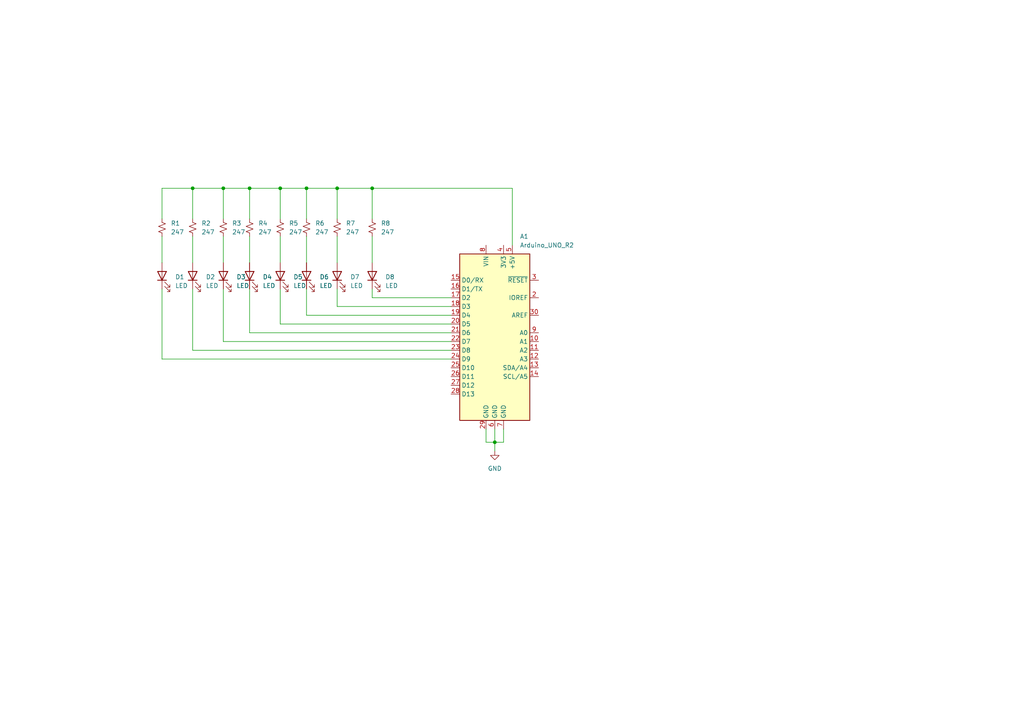
<source format=kicad_sch>
(kicad_sch (version 20230121) (generator eeschema)

  (uuid 9afdd045-8fa3-47c6-a590-6c92ffb762b0)

  (paper "A4")

  (lib_symbols
    (symbol "Device:LED" (pin_numbers hide) (pin_names (offset 1.016) hide) (in_bom yes) (on_board yes)
      (property "Reference" "D" (at 0 2.54 0)
        (effects (font (size 1.27 1.27)))
      )
      (property "Value" "LED" (at 0 -2.54 0)
        (effects (font (size 1.27 1.27)))
      )
      (property "Footprint" "" (at 0 0 0)
        (effects (font (size 1.27 1.27)) hide)
      )
      (property "Datasheet" "~" (at 0 0 0)
        (effects (font (size 1.27 1.27)) hide)
      )
      (property "ki_keywords" "LED diode" (at 0 0 0)
        (effects (font (size 1.27 1.27)) hide)
      )
      (property "ki_description" "Light emitting diode" (at 0 0 0)
        (effects (font (size 1.27 1.27)) hide)
      )
      (property "ki_fp_filters" "LED* LED_SMD:* LED_THT:*" (at 0 0 0)
        (effects (font (size 1.27 1.27)) hide)
      )
      (symbol "LED_0_1"
        (polyline
          (pts
            (xy -1.27 -1.27)
            (xy -1.27 1.27)
          )
          (stroke (width 0.254) (type default))
          (fill (type none))
        )
        (polyline
          (pts
            (xy -1.27 0)
            (xy 1.27 0)
          )
          (stroke (width 0) (type default))
          (fill (type none))
        )
        (polyline
          (pts
            (xy 1.27 -1.27)
            (xy 1.27 1.27)
            (xy -1.27 0)
            (xy 1.27 -1.27)
          )
          (stroke (width 0.254) (type default))
          (fill (type none))
        )
        (polyline
          (pts
            (xy -3.048 -0.762)
            (xy -4.572 -2.286)
            (xy -3.81 -2.286)
            (xy -4.572 -2.286)
            (xy -4.572 -1.524)
          )
          (stroke (width 0) (type default))
          (fill (type none))
        )
        (polyline
          (pts
            (xy -1.778 -0.762)
            (xy -3.302 -2.286)
            (xy -2.54 -2.286)
            (xy -3.302 -2.286)
            (xy -3.302 -1.524)
          )
          (stroke (width 0) (type default))
          (fill (type none))
        )
      )
      (symbol "LED_1_1"
        (pin passive line (at -3.81 0 0) (length 2.54)
          (name "K" (effects (font (size 1.27 1.27))))
          (number "1" (effects (font (size 1.27 1.27))))
        )
        (pin passive line (at 3.81 0 180) (length 2.54)
          (name "A" (effects (font (size 1.27 1.27))))
          (number "2" (effects (font (size 1.27 1.27))))
        )
      )
    )
    (symbol "Device:R_Small_US" (pin_numbers hide) (pin_names (offset 0.254) hide) (in_bom yes) (on_board yes)
      (property "Reference" "R" (at 0.762 0.508 0)
        (effects (font (size 1.27 1.27)) (justify left))
      )
      (property "Value" "R_Small_US" (at 0.762 -1.016 0)
        (effects (font (size 1.27 1.27)) (justify left))
      )
      (property "Footprint" "" (at 0 0 0)
        (effects (font (size 1.27 1.27)) hide)
      )
      (property "Datasheet" "~" (at 0 0 0)
        (effects (font (size 1.27 1.27)) hide)
      )
      (property "ki_keywords" "r resistor" (at 0 0 0)
        (effects (font (size 1.27 1.27)) hide)
      )
      (property "ki_description" "Resistor, small US symbol" (at 0 0 0)
        (effects (font (size 1.27 1.27)) hide)
      )
      (property "ki_fp_filters" "R_*" (at 0 0 0)
        (effects (font (size 1.27 1.27)) hide)
      )
      (symbol "R_Small_US_1_1"
        (polyline
          (pts
            (xy 0 0)
            (xy 1.016 -0.381)
            (xy 0 -0.762)
            (xy -1.016 -1.143)
            (xy 0 -1.524)
          )
          (stroke (width 0) (type default))
          (fill (type none))
        )
        (polyline
          (pts
            (xy 0 1.524)
            (xy 1.016 1.143)
            (xy 0 0.762)
            (xy -1.016 0.381)
            (xy 0 0)
          )
          (stroke (width 0) (type default))
          (fill (type none))
        )
        (pin passive line (at 0 2.54 270) (length 1.016)
          (name "~" (effects (font (size 1.27 1.27))))
          (number "1" (effects (font (size 1.27 1.27))))
        )
        (pin passive line (at 0 -2.54 90) (length 1.016)
          (name "~" (effects (font (size 1.27 1.27))))
          (number "2" (effects (font (size 1.27 1.27))))
        )
      )
    )
    (symbol "MCU_Module:Arduino_UNO_R2" (in_bom yes) (on_board yes)
      (property "Reference" "A" (at -10.16 23.495 0)
        (effects (font (size 1.27 1.27)) (justify left bottom))
      )
      (property "Value" "Arduino_UNO_R2" (at 5.08 -26.67 0)
        (effects (font (size 1.27 1.27)) (justify left top))
      )
      (property "Footprint" "Module:Arduino_UNO_R2" (at 0 0 0)
        (effects (font (size 1.27 1.27) italic) hide)
      )
      (property "Datasheet" "https://www.arduino.cc/en/Main/arduinoBoardUno" (at 0 0 0)
        (effects (font (size 1.27 1.27)) hide)
      )
      (property "ki_keywords" "Arduino UNO R3 Microcontroller Module Atmel AVR USB" (at 0 0 0)
        (effects (font (size 1.27 1.27)) hide)
      )
      (property "ki_description" "Arduino UNO Microcontroller Module, release 2" (at 0 0 0)
        (effects (font (size 1.27 1.27)) hide)
      )
      (property "ki_fp_filters" "Arduino*UNO*R2*" (at 0 0 0)
        (effects (font (size 1.27 1.27)) hide)
      )
      (symbol "Arduino_UNO_R2_0_1"
        (rectangle (start -10.16 22.86) (end 10.16 -25.4)
          (stroke (width 0.254) (type default))
          (fill (type background))
        )
      )
      (symbol "Arduino_UNO_R2_1_1"
        (pin no_connect line (at -10.16 -20.32 0) (length 2.54) hide
          (name "NC" (effects (font (size 1.27 1.27))))
          (number "1" (effects (font (size 1.27 1.27))))
        )
        (pin bidirectional line (at 12.7 -2.54 180) (length 2.54)
          (name "A1" (effects (font (size 1.27 1.27))))
          (number "10" (effects (font (size 1.27 1.27))))
        )
        (pin bidirectional line (at 12.7 -5.08 180) (length 2.54)
          (name "A2" (effects (font (size 1.27 1.27))))
          (number "11" (effects (font (size 1.27 1.27))))
        )
        (pin bidirectional line (at 12.7 -7.62 180) (length 2.54)
          (name "A3" (effects (font (size 1.27 1.27))))
          (number "12" (effects (font (size 1.27 1.27))))
        )
        (pin bidirectional line (at 12.7 -10.16 180) (length 2.54)
          (name "SDA/A4" (effects (font (size 1.27 1.27))))
          (number "13" (effects (font (size 1.27 1.27))))
        )
        (pin bidirectional line (at 12.7 -12.7 180) (length 2.54)
          (name "SCL/A5" (effects (font (size 1.27 1.27))))
          (number "14" (effects (font (size 1.27 1.27))))
        )
        (pin bidirectional line (at -12.7 15.24 0) (length 2.54)
          (name "D0/RX" (effects (font (size 1.27 1.27))))
          (number "15" (effects (font (size 1.27 1.27))))
        )
        (pin bidirectional line (at -12.7 12.7 0) (length 2.54)
          (name "D1/TX" (effects (font (size 1.27 1.27))))
          (number "16" (effects (font (size 1.27 1.27))))
        )
        (pin bidirectional line (at -12.7 10.16 0) (length 2.54)
          (name "D2" (effects (font (size 1.27 1.27))))
          (number "17" (effects (font (size 1.27 1.27))))
        )
        (pin bidirectional line (at -12.7 7.62 0) (length 2.54)
          (name "D3" (effects (font (size 1.27 1.27))))
          (number "18" (effects (font (size 1.27 1.27))))
        )
        (pin bidirectional line (at -12.7 5.08 0) (length 2.54)
          (name "D4" (effects (font (size 1.27 1.27))))
          (number "19" (effects (font (size 1.27 1.27))))
        )
        (pin output line (at 12.7 10.16 180) (length 2.54)
          (name "IOREF" (effects (font (size 1.27 1.27))))
          (number "2" (effects (font (size 1.27 1.27))))
        )
        (pin bidirectional line (at -12.7 2.54 0) (length 2.54)
          (name "D5" (effects (font (size 1.27 1.27))))
          (number "20" (effects (font (size 1.27 1.27))))
        )
        (pin bidirectional line (at -12.7 0 0) (length 2.54)
          (name "D6" (effects (font (size 1.27 1.27))))
          (number "21" (effects (font (size 1.27 1.27))))
        )
        (pin bidirectional line (at -12.7 -2.54 0) (length 2.54)
          (name "D7" (effects (font (size 1.27 1.27))))
          (number "22" (effects (font (size 1.27 1.27))))
        )
        (pin bidirectional line (at -12.7 -5.08 0) (length 2.54)
          (name "D8" (effects (font (size 1.27 1.27))))
          (number "23" (effects (font (size 1.27 1.27))))
        )
        (pin bidirectional line (at -12.7 -7.62 0) (length 2.54)
          (name "D9" (effects (font (size 1.27 1.27))))
          (number "24" (effects (font (size 1.27 1.27))))
        )
        (pin bidirectional line (at -12.7 -10.16 0) (length 2.54)
          (name "D10" (effects (font (size 1.27 1.27))))
          (number "25" (effects (font (size 1.27 1.27))))
        )
        (pin bidirectional line (at -12.7 -12.7 0) (length 2.54)
          (name "D11" (effects (font (size 1.27 1.27))))
          (number "26" (effects (font (size 1.27 1.27))))
        )
        (pin bidirectional line (at -12.7 -15.24 0) (length 2.54)
          (name "D12" (effects (font (size 1.27 1.27))))
          (number "27" (effects (font (size 1.27 1.27))))
        )
        (pin bidirectional line (at -12.7 -17.78 0) (length 2.54)
          (name "D13" (effects (font (size 1.27 1.27))))
          (number "28" (effects (font (size 1.27 1.27))))
        )
        (pin power_in line (at -2.54 -27.94 90) (length 2.54)
          (name "GND" (effects (font (size 1.27 1.27))))
          (number "29" (effects (font (size 1.27 1.27))))
        )
        (pin input line (at 12.7 15.24 180) (length 2.54)
          (name "~{RESET}" (effects (font (size 1.27 1.27))))
          (number "3" (effects (font (size 1.27 1.27))))
        )
        (pin input line (at 12.7 5.08 180) (length 2.54)
          (name "AREF" (effects (font (size 1.27 1.27))))
          (number "30" (effects (font (size 1.27 1.27))))
        )
        (pin power_out line (at 2.54 25.4 270) (length 2.54)
          (name "3V3" (effects (font (size 1.27 1.27))))
          (number "4" (effects (font (size 1.27 1.27))))
        )
        (pin power_out line (at 5.08 25.4 270) (length 2.54)
          (name "+5V" (effects (font (size 1.27 1.27))))
          (number "5" (effects (font (size 1.27 1.27))))
        )
        (pin power_in line (at 0 -27.94 90) (length 2.54)
          (name "GND" (effects (font (size 1.27 1.27))))
          (number "6" (effects (font (size 1.27 1.27))))
        )
        (pin power_in line (at 2.54 -27.94 90) (length 2.54)
          (name "GND" (effects (font (size 1.27 1.27))))
          (number "7" (effects (font (size 1.27 1.27))))
        )
        (pin power_in line (at -2.54 25.4 270) (length 2.54)
          (name "VIN" (effects (font (size 1.27 1.27))))
          (number "8" (effects (font (size 1.27 1.27))))
        )
        (pin bidirectional line (at 12.7 0 180) (length 2.54)
          (name "A0" (effects (font (size 1.27 1.27))))
          (number "9" (effects (font (size 1.27 1.27))))
        )
      )
    )
    (symbol "power:GND" (power) (pin_names (offset 0)) (in_bom yes) (on_board yes)
      (property "Reference" "#PWR" (at 0 -6.35 0)
        (effects (font (size 1.27 1.27)) hide)
      )
      (property "Value" "GND" (at 0 -3.81 0)
        (effects (font (size 1.27 1.27)))
      )
      (property "Footprint" "" (at 0 0 0)
        (effects (font (size 1.27 1.27)) hide)
      )
      (property "Datasheet" "" (at 0 0 0)
        (effects (font (size 1.27 1.27)) hide)
      )
      (property "ki_keywords" "global power" (at 0 0 0)
        (effects (font (size 1.27 1.27)) hide)
      )
      (property "ki_description" "Power symbol creates a global label with name \"GND\" , ground" (at 0 0 0)
        (effects (font (size 1.27 1.27)) hide)
      )
      (symbol "GND_0_1"
        (polyline
          (pts
            (xy 0 0)
            (xy 0 -1.27)
            (xy 1.27 -1.27)
            (xy 0 -2.54)
            (xy -1.27 -1.27)
            (xy 0 -1.27)
          )
          (stroke (width 0) (type default))
          (fill (type none))
        )
      )
      (symbol "GND_1_1"
        (pin power_in line (at 0 0 270) (length 0) hide
          (name "GND" (effects (font (size 1.27 1.27))))
          (number "1" (effects (font (size 1.27 1.27))))
        )
      )
    )
  )

  (junction (at 72.39 54.61) (diameter 0) (color 0 0 0 0)
    (uuid 01e001ee-69f6-4c27-995f-8d3f9ce1f4b3)
  )
  (junction (at 88.9 54.61) (diameter 0) (color 0 0 0 0)
    (uuid 2d30451b-b2f6-4412-a71e-90cf9d8b59bc)
  )
  (junction (at 64.77 54.61) (diameter 0) (color 0 0 0 0)
    (uuid 3fe971f8-969c-474b-a268-05801d6b1285)
  )
  (junction (at 55.88 54.61) (diameter 0) (color 0 0 0 0)
    (uuid 4605903d-cb76-43c5-a28f-548eba1aaf06)
  )
  (junction (at 97.79 54.61) (diameter 0) (color 0 0 0 0)
    (uuid 8f404988-eba1-49b1-ab17-afcaa9c604b4)
  )
  (junction (at 81.28 54.61) (diameter 0) (color 0 0 0 0)
    (uuid 9267cbf0-28be-49e5-8e46-d95a4b5dd14c)
  )
  (junction (at 107.95 54.61) (diameter 0) (color 0 0 0 0)
    (uuid ce748c6c-24ed-484c-aba4-acf9899ae83f)
  )
  (junction (at 143.51 128.27) (diameter 0) (color 0 0 0 0)
    (uuid d92b7a13-fecd-46d6-b1a3-f455acf58436)
  )

  (wire (pts (xy 97.79 83.82) (xy 97.79 88.9))
    (stroke (width 0) (type default))
    (uuid 0014071b-b693-44fe-900a-f1e3fa0e4fa7)
  )
  (wire (pts (xy 55.88 54.61) (xy 55.88 63.5))
    (stroke (width 0) (type default))
    (uuid 08d3a819-8e0a-47d8-8588-063e36b3d44d)
  )
  (wire (pts (xy 46.99 68.58) (xy 46.99 76.2))
    (stroke (width 0) (type default))
    (uuid 16a3d949-735f-476d-b809-1f406ed4533e)
  )
  (wire (pts (xy 146.05 128.27) (xy 143.51 128.27))
    (stroke (width 0) (type default))
    (uuid 31845ece-51b3-4153-842c-7a841107a745)
  )
  (wire (pts (xy 88.9 68.58) (xy 88.9 76.2))
    (stroke (width 0) (type default))
    (uuid 32094d2c-55bd-44bb-8572-2afb25c68746)
  )
  (wire (pts (xy 64.77 68.58) (xy 64.77 76.2))
    (stroke (width 0) (type default))
    (uuid 38dcfd40-f647-4e9f-bc2b-009480cac235)
  )
  (wire (pts (xy 97.79 54.61) (xy 107.95 54.61))
    (stroke (width 0) (type default))
    (uuid 41f54d10-2746-4088-a6ef-cedcb9e556b0)
  )
  (wire (pts (xy 55.88 83.82) (xy 55.88 101.6))
    (stroke (width 0) (type default))
    (uuid 42aa9d4a-b961-45f7-a3fd-b16c3a54ffd7)
  )
  (wire (pts (xy 88.9 91.44) (xy 130.81 91.44))
    (stroke (width 0) (type default))
    (uuid 442d6d0c-8e36-4a41-9813-cd8edb8128c3)
  )
  (wire (pts (xy 46.99 104.14) (xy 130.81 104.14))
    (stroke (width 0) (type default))
    (uuid 5088ecbe-e684-4fd4-91c2-a4639f34cc9f)
  )
  (wire (pts (xy 72.39 68.58) (xy 72.39 76.2))
    (stroke (width 0) (type default))
    (uuid 5529ad09-aa93-415a-b7db-946d2101a0f9)
  )
  (wire (pts (xy 81.28 63.5) (xy 81.28 54.61))
    (stroke (width 0) (type default))
    (uuid 586913dc-679f-4f29-9cb8-bc07a2291bba)
  )
  (wire (pts (xy 88.9 54.61) (xy 97.79 54.61))
    (stroke (width 0) (type default))
    (uuid 62293121-b6be-4d83-a848-59c7af6c5726)
  )
  (wire (pts (xy 107.95 54.61) (xy 148.59 54.61))
    (stroke (width 0) (type default))
    (uuid 66e2f8a1-cb44-4cc0-abc1-adc5d2791c1a)
  )
  (wire (pts (xy 143.51 128.27) (xy 143.51 130.81))
    (stroke (width 0) (type default))
    (uuid 6d2ca449-624a-4f42-9ca1-8d0a89b53a3f)
  )
  (wire (pts (xy 46.99 63.5) (xy 46.99 54.61))
    (stroke (width 0) (type default))
    (uuid 6f91ad03-8234-443e-93f8-b8773f99f40c)
  )
  (wire (pts (xy 55.88 68.58) (xy 55.88 76.2))
    (stroke (width 0) (type default))
    (uuid 76bb639a-90c5-4424-9450-a3279e1de74b)
  )
  (wire (pts (xy 81.28 93.98) (xy 130.81 93.98))
    (stroke (width 0) (type default))
    (uuid 7beeac4b-9438-4f72-a6f7-2ec76eb028d0)
  )
  (wire (pts (xy 107.95 86.36) (xy 130.81 86.36))
    (stroke (width 0) (type default))
    (uuid 86b18739-8919-4be4-a5b6-2ea6f035ae06)
  )
  (wire (pts (xy 72.39 83.82) (xy 72.39 96.52))
    (stroke (width 0) (type default))
    (uuid 88295689-6408-485f-80cc-0d205502970c)
  )
  (wire (pts (xy 81.28 83.82) (xy 81.28 93.98))
    (stroke (width 0) (type default))
    (uuid 892d1303-c36c-4ade-9faf-d56d40864963)
  )
  (wire (pts (xy 55.88 54.61) (xy 64.77 54.61))
    (stroke (width 0) (type default))
    (uuid 8aaa1c9f-4e12-423b-b172-ffb003adae99)
  )
  (wire (pts (xy 148.59 54.61) (xy 148.59 71.12))
    (stroke (width 0) (type default))
    (uuid 8e5f14ba-c1b5-42b5-bdfc-4ef0bc81b3ad)
  )
  (wire (pts (xy 140.97 128.27) (xy 143.51 128.27))
    (stroke (width 0) (type default))
    (uuid 9099f00e-cf69-4787-a2ee-c5a2d4726c14)
  )
  (wire (pts (xy 97.79 88.9) (xy 130.81 88.9))
    (stroke (width 0) (type default))
    (uuid 935869ad-7fbc-47bd-a091-aaf820ae1b3b)
  )
  (wire (pts (xy 72.39 96.52) (xy 130.81 96.52))
    (stroke (width 0) (type default))
    (uuid 95da2e3d-2edc-4a43-b88b-5191e0218a34)
  )
  (wire (pts (xy 64.77 54.61) (xy 72.39 54.61))
    (stroke (width 0) (type default))
    (uuid 9b206a2d-f5f3-4999-9eb8-7e4d6e377993)
  )
  (wire (pts (xy 72.39 54.61) (xy 81.28 54.61))
    (stroke (width 0) (type default))
    (uuid 9c62e9ad-211a-458c-b783-c44f47df2723)
  )
  (wire (pts (xy 55.88 101.6) (xy 130.81 101.6))
    (stroke (width 0) (type default))
    (uuid 9e407a26-9f6f-4fcf-a8f5-d6e89fee887f)
  )
  (wire (pts (xy 81.28 54.61) (xy 88.9 54.61))
    (stroke (width 0) (type default))
    (uuid a46b0198-6289-43da-8ef1-e748c0102e2c)
  )
  (wire (pts (xy 64.77 83.82) (xy 64.77 99.06))
    (stroke (width 0) (type default))
    (uuid a88e2d28-e62b-4b63-8603-c65f728025ad)
  )
  (wire (pts (xy 46.99 83.82) (xy 46.99 104.14))
    (stroke (width 0) (type default))
    (uuid aa5d0215-fb1c-47d6-b1d9-04215cece10b)
  )
  (wire (pts (xy 88.9 54.61) (xy 88.9 63.5))
    (stroke (width 0) (type default))
    (uuid b0765877-6ee2-4170-9319-61f7639d4957)
  )
  (wire (pts (xy 64.77 54.61) (xy 64.77 63.5))
    (stroke (width 0) (type default))
    (uuid b2f79152-a2ac-43a8-96d1-94b08a14d239)
  )
  (wire (pts (xy 81.28 68.58) (xy 81.28 76.2))
    (stroke (width 0) (type default))
    (uuid d15b22df-0ad7-4d98-936d-4632114d50e0)
  )
  (wire (pts (xy 146.05 124.46) (xy 146.05 128.27))
    (stroke (width 0) (type default))
    (uuid d2a24be6-95aa-437f-8b31-33d8965816c3)
  )
  (wire (pts (xy 107.95 54.61) (xy 107.95 63.5))
    (stroke (width 0) (type default))
    (uuid d387741b-2a43-4bbc-a9b3-53dec7188f2e)
  )
  (wire (pts (xy 72.39 54.61) (xy 72.39 63.5))
    (stroke (width 0) (type default))
    (uuid d6598c2c-a4ad-467c-9071-9e80a978e0fd)
  )
  (wire (pts (xy 97.79 54.61) (xy 97.79 63.5))
    (stroke (width 0) (type default))
    (uuid d69619a0-cb88-4539-aaa9-f4e16dd8e02d)
  )
  (wire (pts (xy 107.95 83.82) (xy 107.95 86.36))
    (stroke (width 0) (type default))
    (uuid d794d94d-707d-4eae-b935-e1f85fbe4a5b)
  )
  (wire (pts (xy 64.77 99.06) (xy 130.81 99.06))
    (stroke (width 0) (type default))
    (uuid dfaf44fc-8cf9-4653-a4df-270be20ad087)
  )
  (wire (pts (xy 97.79 68.58) (xy 97.79 76.2))
    (stroke (width 0) (type default))
    (uuid eb1b374d-afb0-42c6-b54b-de4ab471d09b)
  )
  (wire (pts (xy 107.95 68.58) (xy 107.95 76.2))
    (stroke (width 0) (type default))
    (uuid ebeaaffa-8b15-44d1-be0a-b98d9e0d2751)
  )
  (wire (pts (xy 143.51 124.46) (xy 143.51 128.27))
    (stroke (width 0) (type default))
    (uuid f1687ab8-33b1-4922-adab-582926e6af33)
  )
  (wire (pts (xy 46.99 54.61) (xy 55.88 54.61))
    (stroke (width 0) (type default))
    (uuid f1981e5a-246c-440d-8120-da14c2f7b774)
  )
  (wire (pts (xy 140.97 124.46) (xy 140.97 128.27))
    (stroke (width 0) (type default))
    (uuid f9f8319c-068a-4243-9fa3-f9317987a0c4)
  )
  (wire (pts (xy 88.9 83.82) (xy 88.9 91.44))
    (stroke (width 0) (type default))
    (uuid fbc25107-8811-4056-8ec2-b7d904e2619e)
  )

  (symbol (lib_id "Device:LED") (at 72.39 80.01 90) (unit 1)
    (in_bom yes) (on_board yes) (dnp no) (fields_autoplaced)
    (uuid 0d257976-b3ce-4088-a759-6741f0ee19d8)
    (property "Reference" "D4" (at 76.2 80.3275 90)
      (effects (font (size 1.27 1.27)) (justify right))
    )
    (property "Value" "LED" (at 76.2 82.8675 90)
      (effects (font (size 1.27 1.27)) (justify right))
    )
    (property "Footprint" "LED_SMD:LED_0805_2012Metric" (at 72.39 80.01 0)
      (effects (font (size 1.27 1.27)) hide)
    )
    (property "Datasheet" "~" (at 72.39 80.01 0)
      (effects (font (size 1.27 1.27)) hide)
    )
    (pin "1" (uuid eeb6e0bd-6827-424b-8639-94a2fbd231ee))
    (pin "2" (uuid 35efcc12-0478-4f35-b3ff-6c1449c1c83b))
    (instances
      (project "aduuuuuuuuuuuuuuuu"
        (path "/9afdd045-8fa3-47c6-a590-6c92ffb762b0"
          (reference "D4") (unit 1)
        )
      )
    )
  )

  (symbol (lib_id "Device:R_Small_US") (at 107.95 66.04 0) (unit 1)
    (in_bom yes) (on_board yes) (dnp no) (fields_autoplaced)
    (uuid 19bc57f9-b79d-4dae-9812-a47416e376f1)
    (property "Reference" "R8" (at 110.49 64.77 0)
      (effects (font (size 1.27 1.27)) (justify left))
    )
    (property "Value" "247" (at 110.49 67.31 0)
      (effects (font (size 1.27 1.27)) (justify left))
    )
    (property "Footprint" "Resistor_SMD:R_0603_1608Metric" (at 107.95 66.04 0)
      (effects (font (size 1.27 1.27)) hide)
    )
    (property "Datasheet" "~" (at 107.95 66.04 0)
      (effects (font (size 1.27 1.27)) hide)
    )
    (pin "1" (uuid b3523035-e4c9-4d0e-974d-0ea4f5c83114))
    (pin "2" (uuid 53381161-270f-45b0-b022-5156ac2f9325))
    (instances
      (project "aduuuuuuuuuuuuuuuu"
        (path "/9afdd045-8fa3-47c6-a590-6c92ffb762b0"
          (reference "R8") (unit 1)
        )
      )
    )
  )

  (symbol (lib_id "MCU_Module:Arduino_UNO_R2") (at 143.51 96.52 0) (unit 1)
    (in_bom yes) (on_board yes) (dnp no) (fields_autoplaced)
    (uuid 38540283-3999-4cf8-b3a4-c7a784a9e280)
    (property "Reference" "A1" (at 150.7841 68.58 0)
      (effects (font (size 1.27 1.27)) (justify left))
    )
    (property "Value" "Arduino_UNO_R2" (at 150.7841 71.12 0)
      (effects (font (size 1.27 1.27)) (justify left))
    )
    (property "Footprint" "Module:Arduino_UNO_R2" (at 143.51 96.52 0)
      (effects (font (size 1.27 1.27) italic) hide)
    )
    (property "Datasheet" "https://www.arduino.cc/en/Main/arduinoBoardUno" (at 143.51 96.52 0)
      (effects (font (size 1.27 1.27)) hide)
    )
    (pin "10" (uuid 5c049a2d-6fa7-4b1d-800d-592dd3eeb4dd))
    (pin "26" (uuid 2a473631-fc13-4d7c-8a7f-f811cff36c12))
    (pin "11" (uuid 679db314-2948-4d7a-bbdb-1b89d4728824))
    (pin "30" (uuid b91cd3b1-8f19-44fc-ac54-6671b5ab2753))
    (pin "12" (uuid 8e673fa4-688f-42b4-9ff1-d48f4fcce778))
    (pin "5" (uuid d17336f1-30dc-4187-bb0c-b1aa683da397))
    (pin "1" (uuid c5e0d022-df73-47ba-bdd5-5ec16dc547cc))
    (pin "6" (uuid 63fd24b8-a3f5-4513-9c78-3ecd2562d974))
    (pin "13" (uuid 4b72da18-7836-44e4-8827-49a97c97a1fc))
    (pin "3" (uuid b314d1b9-4811-446c-8a0c-9a73858c12cb))
    (pin "29" (uuid 1aa8a382-4ead-4d0c-8b97-23c0c91e1571))
    (pin "21" (uuid c3d3960d-c2fc-41ba-a9ec-a4b932aba637))
    (pin "18" (uuid 68107cd5-9092-4c38-b934-146260fa9fe7))
    (pin "23" (uuid 87b0cf68-4f87-4227-b7f3-49504ecd5348))
    (pin "22" (uuid 2b1e5916-e249-4489-b875-f2d5364d1c15))
    (pin "24" (uuid 72ee3456-5fd8-4825-80d1-d7cde4087ddc))
    (pin "4" (uuid 16908f8e-fac2-4ac7-978a-a086a8b14398))
    (pin "16" (uuid fa3d219b-79e9-42dd-a764-9df4fafb16ef))
    (pin "25" (uuid e3f20c53-300d-452f-aa0d-6ad75df4dd84))
    (pin "9" (uuid cba9de25-c093-4b6c-95a8-01225154ba4d))
    (pin "17" (uuid 9598e4f4-19f3-430e-8101-d943b399614f))
    (pin "28" (uuid 81d3f944-73f9-4a2b-a4f6-151061b5003d))
    (pin "7" (uuid 3c707cd6-ee96-4db5-b396-1b50a0aa58b2))
    (pin "19" (uuid 22bc84a9-fd1f-4947-ba29-b1caa52dd6f7))
    (pin "2" (uuid a58700c1-8c82-4fc7-82dc-582545d894e8))
    (pin "20" (uuid fba9f484-bc94-4ffd-ad3a-e2ad259689b0))
    (pin "27" (uuid 151581c7-84f7-4f44-8e15-3fe037645805))
    (pin "8" (uuid fe396a42-d64e-43d4-ad04-39400dee54b2))
    (pin "15" (uuid 08356d2d-a42a-411c-8719-d2ff06d10c7c))
    (pin "14" (uuid 59c6cc35-b478-49c6-aae3-22cc53a2e2a0))
    (instances
      (project "aduuuuuuuuuuuuuuuu"
        (path "/9afdd045-8fa3-47c6-a590-6c92ffb762b0"
          (reference "A1") (unit 1)
        )
      )
    )
  )

  (symbol (lib_id "Device:LED") (at 64.77 80.01 90) (unit 1)
    (in_bom yes) (on_board yes) (dnp no) (fields_autoplaced)
    (uuid 614f46c2-1079-4f85-ad4d-4d78b5b81338)
    (property "Reference" "D3" (at 68.58 80.3275 90)
      (effects (font (size 1.27 1.27)) (justify right))
    )
    (property "Value" "LED" (at 68.58 82.8675 90)
      (effects (font (size 1.27 1.27)) (justify right))
    )
    (property "Footprint" "LED_SMD:LED_0805_2012Metric" (at 64.77 80.01 0)
      (effects (font (size 1.27 1.27)) hide)
    )
    (property "Datasheet" "~" (at 64.77 80.01 0)
      (effects (font (size 1.27 1.27)) hide)
    )
    (pin "1" (uuid d8209e34-ab52-4fc3-b7c9-764c769760b1))
    (pin "2" (uuid d6ef64d1-8ded-434d-87d2-4c42f4a0fbaa))
    (instances
      (project "aduuuuuuuuuuuuuuuu"
        (path "/9afdd045-8fa3-47c6-a590-6c92ffb762b0"
          (reference "D3") (unit 1)
        )
      )
    )
  )

  (symbol (lib_id "power:GND") (at 143.51 130.81 0) (unit 1)
    (in_bom yes) (on_board yes) (dnp no) (fields_autoplaced)
    (uuid 6d594cf4-845f-4697-a8f1-893c28527740)
    (property "Reference" "#PWR01" (at 143.51 137.16 0)
      (effects (font (size 1.27 1.27)) hide)
    )
    (property "Value" "GND" (at 143.51 135.89 0)
      (effects (font (size 1.27 1.27)))
    )
    (property "Footprint" "" (at 143.51 130.81 0)
      (effects (font (size 1.27 1.27)) hide)
    )
    (property "Datasheet" "" (at 143.51 130.81 0)
      (effects (font (size 1.27 1.27)) hide)
    )
    (pin "1" (uuid 585e9fc1-3ad5-4a87-9883-bb1f377a92fd))
    (instances
      (project "aduuuuuuuuuuuuuuuu"
        (path "/9afdd045-8fa3-47c6-a590-6c92ffb762b0"
          (reference "#PWR01") (unit 1)
        )
      )
    )
  )

  (symbol (lib_id "Device:R_Small_US") (at 88.9 66.04 0) (unit 1)
    (in_bom yes) (on_board yes) (dnp no) (fields_autoplaced)
    (uuid 87a8d7a7-4757-4332-bfe1-f11e1e200332)
    (property "Reference" "R6" (at 91.44 64.77 0)
      (effects (font (size 1.27 1.27)) (justify left))
    )
    (property "Value" "247" (at 91.44 67.31 0)
      (effects (font (size 1.27 1.27)) (justify left))
    )
    (property "Footprint" "Resistor_SMD:R_0603_1608Metric" (at 88.9 66.04 0)
      (effects (font (size 1.27 1.27)) hide)
    )
    (property "Datasheet" "~" (at 88.9 66.04 0)
      (effects (font (size 1.27 1.27)) hide)
    )
    (pin "1" (uuid ae15eca6-59c6-4eec-9fc3-9760e24dbe30))
    (pin "2" (uuid c1096950-642c-4c4b-b87f-c5f45a5c962f))
    (instances
      (project "aduuuuuuuuuuuuuuuu"
        (path "/9afdd045-8fa3-47c6-a590-6c92ffb762b0"
          (reference "R6") (unit 1)
        )
      )
    )
  )

  (symbol (lib_id "Device:LED") (at 81.28 80.01 90) (unit 1)
    (in_bom yes) (on_board yes) (dnp no) (fields_autoplaced)
    (uuid a2d37a6d-4d8c-4317-bc78-71880ad9201e)
    (property "Reference" "D5" (at 85.09 80.3275 90)
      (effects (font (size 1.27 1.27)) (justify right))
    )
    (property "Value" "LED" (at 85.09 82.8675 90)
      (effects (font (size 1.27 1.27)) (justify right))
    )
    (property "Footprint" "LED_SMD:LED_0805_2012Metric" (at 81.28 80.01 0)
      (effects (font (size 1.27 1.27)) hide)
    )
    (property "Datasheet" "~" (at 81.28 80.01 0)
      (effects (font (size 1.27 1.27)) hide)
    )
    (pin "1" (uuid 794b017f-60df-4e52-aac6-89b238571bde))
    (pin "2" (uuid beed64b7-0522-4bee-b19c-9152abf6bd29))
    (instances
      (project "aduuuuuuuuuuuuuuuu"
        (path "/9afdd045-8fa3-47c6-a590-6c92ffb762b0"
          (reference "D5") (unit 1)
        )
      )
    )
  )

  (symbol (lib_id "Device:R_Small_US") (at 64.77 66.04 0) (unit 1)
    (in_bom yes) (on_board yes) (dnp no) (fields_autoplaced)
    (uuid a861459b-fa3e-49db-bbc5-1ead8a3b0d69)
    (property "Reference" "R3" (at 67.31 64.77 0)
      (effects (font (size 1.27 1.27)) (justify left))
    )
    (property "Value" "247" (at 67.31 67.31 0)
      (effects (font (size 1.27 1.27)) (justify left))
    )
    (property "Footprint" "Resistor_SMD:R_0603_1608Metric" (at 64.77 66.04 0)
      (effects (font (size 1.27 1.27)) hide)
    )
    (property "Datasheet" "~" (at 64.77 66.04 0)
      (effects (font (size 1.27 1.27)) hide)
    )
    (pin "1" (uuid cb98b06b-487a-4b93-a40d-8fa08a8f2623))
    (pin "2" (uuid cb55dcc1-fcf5-4861-8500-cf52251c4700))
    (instances
      (project "aduuuuuuuuuuuuuuuu"
        (path "/9afdd045-8fa3-47c6-a590-6c92ffb762b0"
          (reference "R3") (unit 1)
        )
      )
    )
  )

  (symbol (lib_id "Device:LED") (at 55.88 80.01 90) (unit 1)
    (in_bom yes) (on_board yes) (dnp no) (fields_autoplaced)
    (uuid b3bbbd50-95d5-4455-afcf-e28152cba05c)
    (property "Reference" "D2" (at 59.69 80.3275 90)
      (effects (font (size 1.27 1.27)) (justify right))
    )
    (property "Value" "LED" (at 59.69 82.8675 90)
      (effects (font (size 1.27 1.27)) (justify right))
    )
    (property "Footprint" "LED_SMD:LED_0805_2012Metric" (at 55.88 80.01 0)
      (effects (font (size 1.27 1.27)) hide)
    )
    (property "Datasheet" "~" (at 55.88 80.01 0)
      (effects (font (size 1.27 1.27)) hide)
    )
    (pin "1" (uuid ffa52762-4f69-4f25-ae2d-42e672e31286))
    (pin "2" (uuid c1aa2492-4d2f-4640-8c8d-d2947b022a6e))
    (instances
      (project "aduuuuuuuuuuuuuuuu"
        (path "/9afdd045-8fa3-47c6-a590-6c92ffb762b0"
          (reference "D2") (unit 1)
        )
      )
    )
  )

  (symbol (lib_id "Device:LED") (at 46.99 80.01 90) (unit 1)
    (in_bom yes) (on_board yes) (dnp no) (fields_autoplaced)
    (uuid bf574fee-20bf-45a9-aa0b-4286e0e6b09e)
    (property "Reference" "D1" (at 50.8 80.3275 90)
      (effects (font (size 1.27 1.27)) (justify right))
    )
    (property "Value" "LED" (at 50.8 82.8675 90)
      (effects (font (size 1.27 1.27)) (justify right))
    )
    (property "Footprint" "LED_SMD:LED_0805_2012Metric" (at 46.99 80.01 0)
      (effects (font (size 1.27 1.27)) hide)
    )
    (property "Datasheet" "~" (at 46.99 80.01 0)
      (effects (font (size 1.27 1.27)) hide)
    )
    (pin "1" (uuid 99ddecdf-925a-4201-b6a9-5d64ce08da59))
    (pin "2" (uuid 564d0ab2-abe8-43e1-9ce1-19972bfda790))
    (instances
      (project "aduuuuuuuuuuuuuuuu"
        (path "/9afdd045-8fa3-47c6-a590-6c92ffb762b0"
          (reference "D1") (unit 1)
        )
      )
    )
  )

  (symbol (lib_id "Device:R_Small_US") (at 46.99 66.04 0) (unit 1)
    (in_bom yes) (on_board yes) (dnp no) (fields_autoplaced)
    (uuid bff2758b-401a-4fbb-afe7-58dd6a690bc2)
    (property "Reference" "R1" (at 49.53 64.77 0)
      (effects (font (size 1.27 1.27)) (justify left))
    )
    (property "Value" "247" (at 49.53 67.31 0)
      (effects (font (size 1.27 1.27)) (justify left))
    )
    (property "Footprint" "Resistor_SMD:R_0603_1608Metric" (at 46.99 66.04 0)
      (effects (font (size 1.27 1.27)) hide)
    )
    (property "Datasheet" "~" (at 46.99 66.04 0)
      (effects (font (size 1.27 1.27)) hide)
    )
    (pin "1" (uuid 037bba17-414b-47dd-b283-0e81ce41b250))
    (pin "2" (uuid b1cd00e2-4f5d-466b-8e53-f5a2179583fc))
    (instances
      (project "aduuuuuuuuuuuuuuuu"
        (path "/9afdd045-8fa3-47c6-a590-6c92ffb762b0"
          (reference "R1") (unit 1)
        )
      )
    )
  )

  (symbol (lib_id "Device:R_Small_US") (at 55.88 66.04 0) (unit 1)
    (in_bom yes) (on_board yes) (dnp no)
    (uuid c3c447ae-91fe-47fe-9e54-c2f1471d9c59)
    (property "Reference" "R2" (at 58.42 64.77 0)
      (effects (font (size 1.27 1.27)) (justify left))
    )
    (property "Value" "247" (at 58.42 67.31 0)
      (effects (font (size 1.27 1.27)) (justify left))
    )
    (property "Footprint" "Resistor_SMD:R_0603_1608Metric" (at 55.88 66.04 0)
      (effects (font (size 1.27 1.27)) hide)
    )
    (property "Datasheet" "~" (at 55.88 66.04 0)
      (effects (font (size 1.27 1.27)) hide)
    )
    (pin "1" (uuid da3f86b0-d4aa-460f-a74a-7643d6f6688c))
    (pin "2" (uuid 80905f2a-1161-4fa7-9245-dfd67509d4a6))
    (instances
      (project "aduuuuuuuuuuuuuuuu"
        (path "/9afdd045-8fa3-47c6-a590-6c92ffb762b0"
          (reference "R2") (unit 1)
        )
      )
    )
  )

  (symbol (lib_id "Device:R_Small_US") (at 97.79 66.04 0) (unit 1)
    (in_bom yes) (on_board yes) (dnp no) (fields_autoplaced)
    (uuid c3fc4e1f-1786-47ee-b572-1c2ce7cc13cb)
    (property "Reference" "R7" (at 100.33 64.77 0)
      (effects (font (size 1.27 1.27)) (justify left))
    )
    (property "Value" "247" (at 100.33 67.31 0)
      (effects (font (size 1.27 1.27)) (justify left))
    )
    (property "Footprint" "Resistor_SMD:R_0603_1608Metric" (at 97.79 66.04 0)
      (effects (font (size 1.27 1.27)) hide)
    )
    (property "Datasheet" "~" (at 97.79 66.04 0)
      (effects (font (size 1.27 1.27)) hide)
    )
    (pin "1" (uuid 8bac5b28-6211-463a-b9a9-02eb16ba5db1))
    (pin "2" (uuid cbd472c3-2c50-451a-8ef4-45f968d2e3a7))
    (instances
      (project "aduuuuuuuuuuuuuuuu"
        (path "/9afdd045-8fa3-47c6-a590-6c92ffb762b0"
          (reference "R7") (unit 1)
        )
      )
    )
  )

  (symbol (lib_id "Device:LED") (at 97.79 80.01 90) (unit 1)
    (in_bom yes) (on_board yes) (dnp no) (fields_autoplaced)
    (uuid d0fdd0c5-da46-42dd-bf2c-089e834e76c2)
    (property "Reference" "D7" (at 101.6 80.3275 90)
      (effects (font (size 1.27 1.27)) (justify right))
    )
    (property "Value" "LED" (at 101.6 82.8675 90)
      (effects (font (size 1.27 1.27)) (justify right))
    )
    (property "Footprint" "LED_SMD:LED_0805_2012Metric" (at 97.79 80.01 0)
      (effects (font (size 1.27 1.27)) hide)
    )
    (property "Datasheet" "~" (at 97.79 80.01 0)
      (effects (font (size 1.27 1.27)) hide)
    )
    (pin "1" (uuid f909cfce-0d5a-4b18-8a22-49d40587a810))
    (pin "2" (uuid 7acf619d-d85a-4fab-95dd-5d8fabb80244))
    (instances
      (project "aduuuuuuuuuuuuuuuu"
        (path "/9afdd045-8fa3-47c6-a590-6c92ffb762b0"
          (reference "D7") (unit 1)
        )
      )
    )
  )

  (symbol (lib_id "Device:LED") (at 88.9 80.01 90) (unit 1)
    (in_bom yes) (on_board yes) (dnp no) (fields_autoplaced)
    (uuid dce418c1-b879-48e3-82ae-3fc56674d1bb)
    (property "Reference" "D6" (at 92.71 80.3275 90)
      (effects (font (size 1.27 1.27)) (justify right))
    )
    (property "Value" "LED" (at 92.71 82.8675 90)
      (effects (font (size 1.27 1.27)) (justify right))
    )
    (property "Footprint" "LED_SMD:LED_0805_2012Metric" (at 88.9 80.01 0)
      (effects (font (size 1.27 1.27)) hide)
    )
    (property "Datasheet" "~" (at 88.9 80.01 0)
      (effects (font (size 1.27 1.27)) hide)
    )
    (pin "1" (uuid 386a156d-e1a8-4d83-a109-aa4d091c92ee))
    (pin "2" (uuid a4e8232e-7846-46e7-acc1-cc4514bcb7c0))
    (instances
      (project "aduuuuuuuuuuuuuuuu"
        (path "/9afdd045-8fa3-47c6-a590-6c92ffb762b0"
          (reference "D6") (unit 1)
        )
      )
    )
  )

  (symbol (lib_id "Device:R_Small_US") (at 81.28 66.04 0) (unit 1)
    (in_bom yes) (on_board yes) (dnp no) (fields_autoplaced)
    (uuid eb29bd6e-b745-40cb-9841-628ce56b18e6)
    (property "Reference" "R5" (at 83.82 64.77 0)
      (effects (font (size 1.27 1.27)) (justify left))
    )
    (property "Value" "247" (at 83.82 67.31 0)
      (effects (font (size 1.27 1.27)) (justify left))
    )
    (property "Footprint" "Resistor_SMD:R_0603_1608Metric" (at 81.28 66.04 0)
      (effects (font (size 1.27 1.27)) hide)
    )
    (property "Datasheet" "~" (at 81.28 66.04 0)
      (effects (font (size 1.27 1.27)) hide)
    )
    (pin "1" (uuid 86f4d18b-1c8e-4335-bca5-ef8989602513))
    (pin "2" (uuid 25932a43-54c6-4d35-b201-faf9b9cf2e9b))
    (instances
      (project "aduuuuuuuuuuuuuuuu"
        (path "/9afdd045-8fa3-47c6-a590-6c92ffb762b0"
          (reference "R5") (unit 1)
        )
      )
    )
  )

  (symbol (lib_id "Device:R_Small_US") (at 72.39 66.04 0) (unit 1)
    (in_bom yes) (on_board yes) (dnp no) (fields_autoplaced)
    (uuid ebcf417b-3ca3-4b61-b8c6-d175effff9b2)
    (property "Reference" "R4" (at 74.93 64.77 0)
      (effects (font (size 1.27 1.27)) (justify left))
    )
    (property "Value" "247" (at 74.93 67.31 0)
      (effects (font (size 1.27 1.27)) (justify left))
    )
    (property "Footprint" "Resistor_SMD:R_0603_1608Metric" (at 72.39 66.04 0)
      (effects (font (size 1.27 1.27)) hide)
    )
    (property "Datasheet" "~" (at 72.39 66.04 0)
      (effects (font (size 1.27 1.27)) hide)
    )
    (pin "1" (uuid 0d2363da-1b3d-4875-bc52-c068bab3f0db))
    (pin "2" (uuid fa4466aa-8c9b-4629-8c05-448b3f384f45))
    (instances
      (project "aduuuuuuuuuuuuuuuu"
        (path "/9afdd045-8fa3-47c6-a590-6c92ffb762b0"
          (reference "R4") (unit 1)
        )
      )
    )
  )

  (symbol (lib_id "Device:LED") (at 107.95 80.01 90) (unit 1)
    (in_bom yes) (on_board yes) (dnp no) (fields_autoplaced)
    (uuid f1aed2e8-9d98-469b-b217-63c1ea940166)
    (property "Reference" "D8" (at 111.76 80.3275 90)
      (effects (font (size 1.27 1.27)) (justify right))
    )
    (property "Value" "LED" (at 111.76 82.8675 90)
      (effects (font (size 1.27 1.27)) (justify right))
    )
    (property "Footprint" "LED_SMD:LED_0805_2012Metric" (at 107.95 80.01 0)
      (effects (font (size 1.27 1.27)) hide)
    )
    (property "Datasheet" "~" (at 107.95 80.01 0)
      (effects (font (size 1.27 1.27)) hide)
    )
    (pin "1" (uuid 3cbf974f-d606-47f6-ba27-918b23a32c6e))
    (pin "2" (uuid d6e40b18-d084-4d1d-b4cc-41f62e60a511))
    (instances
      (project "aduuuuuuuuuuuuuuuu"
        (path "/9afdd045-8fa3-47c6-a590-6c92ffb762b0"
          (reference "D8") (unit 1)
        )
      )
    )
  )

  (sheet_instances
    (path "/" (page "1"))
  )
)

</source>
